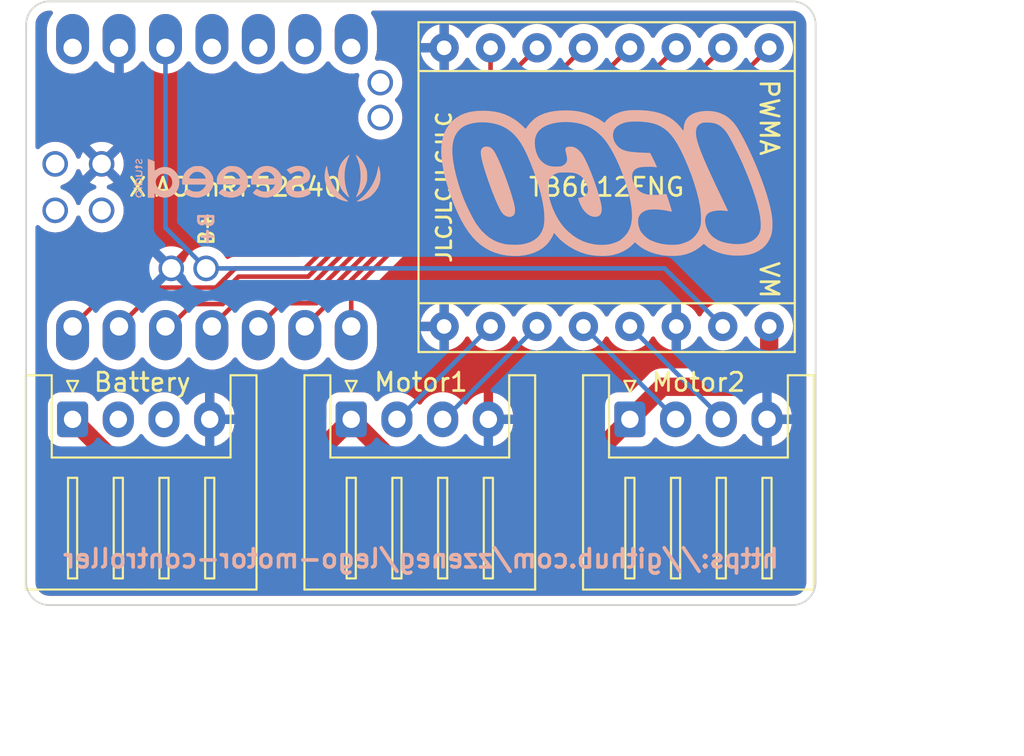
<source format=kicad_pcb>
(kicad_pcb (version 20211014) (generator pcbnew)
  (layers (0 "F.Cu" signal) (31 "B.Cu" signal) (34 "B.Paste" user) (35 "F.Paste" user) (36 "B.SilkS" user "B.Silkscreen") (37 "F.SilkS" user "F.Silkscreen") (38 "B.Mask" user) (39 "F.Mask" user) (44 "Edge.Cuts" user))
  (net 0 "")
  (net 1 "+9V")
  (net 2 "GND")
  (net 3 "A01")
  (net 4 "A02")
  (net 5 "B01")
  (net 6 "B02")
  (net 7 "AIN2")
  (net 8 "AIN1")
  (net 9 "STBY")
  (net 10 "BIN1")
  (net 11 "BIN2")
  (net 12 "PWMB")
  (net 13 "+3.3V")
  (net 14 "PWMA")
  (footprint "lego:xiao-ble-tht" (layer "F.Cu") (at 109.22 88.9 90)
    (fp_text reference "U1" hide)
    (fp_text value "xiao-ble" hide)
    (fp_text user "B+" (at 5.32 7.32 90 unlocked) (layer "B.SilkS") (effects (font (size 0.8 0.8)) (justify mirror)))
    (pad "1" thru_hole oval (at 0 0 90) (size 2.75 1.8) (drill 1 (offset -0.475 0)) (layers *.Cu *.Mask) (net 12 "PWMB"))
    (pad "2" thru_hole oval (at 0 2.54 90) (size 2.75 1.8) (drill 1 (offset -0.475 0)) (layers *.Cu *.Mask) (net 11 "BIN2"))
    (pad "3" thru_hole oval (at 0 5.08 90) (size 2.75 1.8) (drill 1 (offset -0.475 0)) (layers *.Cu *.Mask) (net 10 "BIN1"))
    (pad "4" thru_hole oval (at 0 7.62 90) (size 2.75 1.8) (drill 1 (offset -0.475 0)) (layers *.Cu *.Mask) (net 9 "STBY"))
    (pad "5" thru_hole oval (at 0 10.16 90) (size 2.75 1.8) (drill 1 (offset -0.475 0)) (layers *.Cu *.Mask) (net 8 "AIN1"))
    (pad "6" thru_hole oval (at 0 12.7 90) (size 2.75 1.8) (drill 1 (offset -0.475 0)) (layers *.Cu *.Mask) (net 7 "AIN2"))
    (pad "7" thru_hole oval (at 0 15.24 90) (size 2.75 1.8) (drill 1 (offset -0.475 0)) (layers *.Cu *.Mask) (net 14 "PWMA"))
    (pad "8" thru_hole oval (at 15.24 15.24 270) (size 2.75 1.8) (drill 1 (offset -0.475 0)) (layers *.Cu *.Mask))
    (pad "9" thru_hole oval (at 15.24 12.7 270) (size 2.75 1.8) (drill 1 (offset -0.475 0)) (layers *.Cu *.Mask))
    (pad "10" thru_hole oval (at 15.24 10.16 270) (size 2.75 1.8) (drill 1 (offset -0.475 0)) (layers *.Cu *.Mask))
    (pad "11" thru_hole oval (at 15.24 7.62 270) (size 2.75 1.8) (drill 1 (offset -0.475 0)) (layers *.Cu *.Mask))
    (pad "12" thru_hole oval (at 15.24 5.08 270) (size 2.75 1.8) (drill 1 (offset -0.475 0)) (layers *.Cu *.Mask) (net 13 "+3.3V"))
    (pad "13" thru_hole oval (at 15.24 2.54 270) (size 2.75 1.8) (drill 1 (offset -0.475 0)) (layers *.Cu *.Mask) (net 2 "GND"))
    (pad "14" thru_hole oval (at 15.24 0 270) (size 2.75 1.8) (drill 1 (offset -0.475 0)) (layers *.Cu *.Mask))
    (pad "15" thru_hole circle (at 6.35 -0.952 180) (size 1.397 1.397) (drill 1.016) (layers *.Cu *.Mask))
    (pad "16" thru_hole circle (at 8.89 -0.952 180) (size 1.397 1.397) (drill 1.016) (layers *.Cu *.Mask))
    (pad "17" thru_hole circle (at 6.35 1.588 180) (size 1.397 1.397) (drill 1.016) (layers *.Cu *.Mask))
    (pad "18" thru_hole circle (at 8.89 1.588 180) (size 1.397 1.397) (drill 1.016) (layers *.Cu *.Mask) (net 2 "GND"))
    (pad "19" thru_hole circle (at 3.175 7.303 270) (size 1.397 1.397) (drill 1.016) (layers *.Cu *.Mask) (net 13 "+3.3V"))
    (pad "20" thru_hole circle (at 3.175 5.398 270) (size 1.397 1.397) (drill 1.016) (layers *.Cu *.Mask) (net 2 "GND"))
    (pad "21" thru_hole circle (at 11.43 16.828 270) (size 1.397 1.397) (drill 1.016) (layers *.Cu *.Mask))
    (pad "22" thru_hole circle (at 13.335 16.828 270) (size 1.397 1.397) (drill 1.016) (layers *.Cu *.Mask))
  )
  (footprint "Connector_JST:JST_XH_S4B-XH-A_1x04_P2.50mm_Horizontal" (layer "F.Cu") (at 124.46 93.98)
    (fp_text reference "Motor1" (at 3.81 -2.032) (layer "F.SilkS"))
    (fp_text value "Conn_01x04_Female")
    (pad "1" thru_hole roundrect (at 0 0) (size 1.7 1.95) (drill 0.95) (layers *.Cu *.Mask) (roundrect_rratio 0.1470588235) (net 1 "+9V"))
    (pad "2" thru_hole oval (at 2.5 0) (size 1.7 1.95) (drill 0.95) (layers *.Cu *.Mask) (net 5 "B01"))
    (pad "3" thru_hole oval (at 5 0) (size 1.7 1.95) (drill 0.95) (layers *.Cu *.Mask) (net 6 "B02"))
    (pad "4" thru_hole oval (at 7.5 0) (size 1.7 1.95) (drill 0.95) (layers *.Cu *.Mask) (net 2 "GND"))
  )
  (footprint "Connector_JST:JST_XH_S4B-XH-A_1x04_P2.50mm_Horizontal" (layer "F.Cu") (at 139.7 93.98)
    (fp_text reference "Motor2" (at 3.75 -2.032) (layer "F.SilkS"))
    (fp_text value "Conn_01x04_Female")
    (pad "1" thru_hole roundrect (at 0 0) (size 1.7 1.95) (drill 0.95) (layers *.Cu *.Mask) (roundrect_rratio 0.1470588235) (net 1 "+9V"))
    (pad "2" thru_hole oval (at 2.5 0) (size 1.7 1.95) (drill 0.95) (layers *.Cu *.Mask) (net 4 "A02"))
    (pad "3" thru_hole oval (at 5 0) (size 1.7 1.95) (drill 0.95) (layers *.Cu *.Mask) (net 3 "A01"))
    (pad "4" thru_hole oval (at 7.5 0) (size 1.7 1.95) (drill 0.95) (layers *.Cu *.Mask) (net 2 "GND"))
  )
  (footprint "Connector_JST:JST_XH_S4B-XH-A_1x04_P2.50mm_Horizontal" (layer "F.Cu") (at 109.22 93.98)
    (fp_text reference "Battery" (at 3.81 -2.032) (layer "F.SilkS"))
    (fp_text value "Conn_01x04_Female")
    (pad "1" thru_hole roundrect (at 0 0) (size 1.7 1.95) (drill 0.95) (layers *.Cu *.Mask) (roundrect_rratio 0.1470588235) (net 1 "+9V"))
    (pad "2" thru_hole oval (at 2.5 0) (size 1.7 1.95) (drill 0.95) (layers *.Cu *.Mask))
    (pad "3" thru_hole oval (at 5 0) (size 1.7 1.95) (drill 0.95) (layers *.Cu *.Mask))
    (pad "4" thru_hole oval (at 7.5 0) (size 1.7 1.95) (drill 0.95) (layers *.Cu *.Mask) (net 2 "GND"))
  )
  (footprint "lego:Breakout-16_17.8x20.3mm" (layer "F.Cu") (at 147.32 73.66 -90)
    (fp_text reference "TB1" hide)
    (fp_text value "TB6612_Breakout")
    (fp_text user "VM" (at 12.7 0 -90 unlocked) (layer "F.SilkS"))
    (fp_text user "PWMA" (at 3.81 0 -90 unlocked) (layer "F.SilkS"))
    (pad "1" thru_hole circle (at 0 0 270) (size 1.6 1.6) (drill 0.8) (layers *.Cu *.Mask) (net 14 "PWMA"))
    (pad "2" thru_hole oval (at 0 2.54 270) (size 1.6 1.6) (drill 0.8) (layers *.Cu *.Mask) (net 7 "AIN2"))
    (pad "3" thru_hole oval (at 0 5.08 270) (size 1.6 1.6) (drill 0.8) (layers *.Cu *.Mask) (net 8 "AIN1"))
    (pad "4" thru_hole oval (at 0 7.62 270) (size 1.6 1.6) (drill 0.8) (layers *.Cu *.Mask) (net 9 "STBY"))
    (pad "5" thru_hole oval (at 0 10.16 270) (size 1.6 1.6) (drill 0.8) (layers *.Cu *.Mask) (net 10 "BIN1"))
    (pad "6" thru_hole oval (at 0 12.7 270) (size 1.6 1.6) (drill 0.8) (layers *.Cu *.Mask) (net 11 "BIN2"))
    (pad "7" thru_hole oval (at 0 15.24 270) (size 1.6 1.6) (drill 0.8) (layers *.Cu *.Mask) (net 12 "PWMB"))
    (pad "8" thru_hole oval (at 0 17.78 270) (size 1.6 1.6) (drill 0.8) (layers *.Cu *.Mask) (net 2 "GND"))
    (pad "9" thru_hole oval (at 15.24 17.78 270) (size 1.6 1.6) (drill 0.8) (layers *.Cu *.Mask) (net 2 "GND"))
    (pad "10" thru_hole oval (at 15.24 15.24 270) (size 1.6 1.6) (drill 0.8) (layers *.Cu *.Mask) (net 5 "B01"))
    (pad "11" thru_hole oval (at 15.24 12.7 270) (size 1.6 1.6) (drill 0.8) (layers *.Cu *.Mask) (net 6 "B02"))
    (pad "12" thru_hole oval (at 15.24 10.16 270) (size 1.6 1.6) (drill 0.8) (layers *.Cu *.Mask) (net 4 "A02"))
    (pad "13" thru_hole oval (at 15.24 7.62 270) (size 1.6 1.6) (drill 0.8) (layers *.Cu *.Mask) (net 3 "A01"))
    (pad "14" thru_hole oval (at 15.24 5.08 270) (size 1.6 1.6) (drill 0.8) (layers *.Cu *.Mask) (net 2 "GND"))
    (pad "15" thru_hole oval (at 15.24 2.54 270) (size 1.6 1.6) (drill 0.8) (layers *.Cu *.Mask) (net 13 "+3.3V"))
    (pad "16" thru_hole oval (at 15.24 0 270) (size 1.6 1.6) (drill 0.8) (layers *.Cu *.Mask) (net 1 "+9V"))
  )
  (footprint "lego:logo" (layer "B.Cu") (at 138.43 81.28 180)
    (fp_text reference "G***" hide)
    (fp_text value "LOGO" hide)
  )
  (footprint "lego:seeed-logo" (layer "B.Cu") (at 119.38 80.772 180)
    (fp_text reference "G***" hide)
    (fp_text value "LOGO" hide)
  )
  (gr_arc (start 107.95 104.14) (mid 107.051974 103.768026) (end 106.68 102.87) (layer "Edge.Cuts") (width 0.1))
  (gr_line (start 106.68 102.87) (end 106.68 72.39) (layer "Edge.Cuts") (width 0.1))
  (gr_arc (start 149.86 102.87) (mid 149.488026 103.768026) (end 148.59 104.14) (layer "Edge.Cuts") (width 0.1))
  (gr_arc (start 106.68 72.39) (mid 107.051974 71.491974) (end 107.95 71.12) (layer "Edge.Cuts") (width 0.1))
  (gr_line (start 107.95 104.14) (end 148.59 104.14) (layer "Edge.Cuts") (width 0.1))
  (gr_arc (start 148.59 71.12) (mid 149.488026 71.491974) (end 149.86 72.39) (layer "Edge.Cuts") (width 0.1))
  (gr_line (start 149.86 102.87) (end 149.86 72.39) (layer "Edge.Cuts") (width 0.1))
  (gr_line (start 107.95 71.12) (end 148.59 71.12) (layer "Edge.Cuts") (width 0.1))
  (gr_text "https://github.com/zzeneg/lego-motor-controller" (at 128.27 101.6) (layer "B.SilkS") (effects (font (size 1 1) (thickness 0.2)) (justify mirror)))
  (gr_text "TB6612FNG" (at 138.43 81.28) (layer "F.SilkS") (effects (font (size 1 1))))
  (gr_text "JLCJLCJLCJLC" (at 129.54 81.28 90) (layer "F.SilkS") (effects (font (size 0.8 0.8))))
  (gr_text "B+" (at 116.55 83.55 90) (layer "F.SilkS") (effects (font (size 0.8 0.8))))
  (gr_text "XIAO nRF52840" (at 118.11 81.28) (layer "F.SilkS") (effects (font (size 1 1))))
  (segment (start 127 96.52) (end 137.16 96.52) (width 1) (layer "F.Cu") (net 1))
  (segment (start 141.478 92.202) (end 139.7 93.98) (width 1) (layer "F.Cu") (net 1))
  (segment (start 111.76 96.52) (end 121.92 96.52) (width 1) (layer "F.Cu") (net 1))
  (segment (start 124.46 93.98) (end 127 96.52) (width 1) (layer "F.Cu") (net 1))
  (segment (start 146.304 92.202) (end 141.478 92.202) (width 1) (layer "F.Cu") (net 1))
  (segment (start 147.32 91.186) (end 146.304 92.202) (width 1) (layer "F.Cu") (net 1))
  (segment (start 121.92 96.52) (end 124.46 93.98) (width 1) (layer "F.Cu") (net 1))
  (segment (start 109.22 93.98) (end 111.76 96.52) (width 1) (layer "F.Cu") (net 1))
  (segment (start 137.16 96.52) (end 139.7 93.98) (width 1) (layer "F.Cu") (net 1))
  (segment (start 147.32 88.9) (end 147.32 91.186) (width 1) (layer "F.Cu") (net 1))
  (segment (start 139.7 88.9) (end 144.7 93.9) (width 0.25) (layer "B.Cu") (net 3))
  (segment (start 144.7 93.9) (end 144.7 93.98) (width 0.25) (layer "B.Cu") (net 3))
  (segment (start 137.16 88.9) (end 142.2 93.94) (width 0.25) (layer "B.Cu") (net 4))
  (segment (start 142.2 93.94) (end 142.2 93.98) (width 0.25) (layer "B.Cu") (net 4))
  (segment (start 127 93.98) (end 132.08 88.9) (width 0.25) (layer "B.Cu") (net 5))
  (segment (start 126.96 93.98) (end 127 93.98) (width 0.25) (layer "B.Cu") (net 5))
  (segment (start 129.46 93.98) (end 129.54 93.98) (width 0.25) (layer "B.Cu") (net 6))
  (segment (start 129.54 93.98) (end 134.62 88.9) (width 0.25) (layer "B.Cu") (net 6))
  (segment (start 134.240584 76.585) (end 141.855 76.585) (width 0.25) (layer "F.Cu") (net 7))
  (segment (start 141.855 76.585) (end 144.78 73.66) (width 0.25) (layer "F.Cu") (net 7))
  (segment (start 121.925584 88.9) (end 134.240584 76.585) (width 0.25) (layer "F.Cu") (net 7))
  (segment (start 121.92 88.9) (end 121.925584 88.9) (width 0.25) (layer "F.Cu") (net 7))
  (segment (start 122.559188 87.63) (end 134.054188 76.135) (width 0.25) (layer "F.Cu") (net 8))
  (segment (start 134.054188 76.135) (end 139.765 76.135) (width 0.25) (layer "F.Cu") (net 8))
  (segment (start 119.38 88.9) (end 120.65 87.63) (width 0.25) (layer "F.Cu") (net 8))
  (segment (start 120.65 87.63) (end 122.559188 87.63) (width 0.25) (layer "F.Cu") (net 8))
  (segment (start 139.765 76.135) (end 142.24 73.66) (width 0.25) (layer "F.Cu") (net 8))
  (segment (start 133.867792 75.685) (end 137.675 75.685) (width 0.25) (layer "F.Cu") (net 9))
  (segment (start 122.430792 87.122) (end 133.867792 75.685) (width 0.25) (layer "F.Cu") (net 9))
  (segment (start 118.065 87.675) (end 118.069188 87.675) (width 0.25) (layer "F.Cu") (net 9))
  (segment (start 137.675 75.685) (end 139.7 73.66) (width 0.25) (layer "F.Cu") (net 9))
  (segment (start 118.622188 87.122) (end 122.430792 87.122) (width 0.25) (layer "F.Cu") (net 9))
  (segment (start 116.84 88.9) (end 118.065 87.675) (width 0.25) (layer "F.Cu") (net 9))
  (segment (start 118.069188 87.675) (end 118.622188 87.122) (width 0.25) (layer "F.Cu") (net 9))
  (segment (start 135.585 75.235) (end 137.16 73.66) (width 0.25) (layer "F.Cu") (net 10))
  (segment (start 117.882792 87.225) (end 118.482792 86.625) (width 0.25) (layer "F.Cu") (net 10))
  (segment (start 114.555396 88.9) (end 115.780396 87.675) (width 0.25) (layer "F.Cu") (net 10))
  (segment (start 114.3 88.9) (end 114.555396 88.9) (width 0.25) (layer "F.Cu") (net 10))
  (segment (start 117.428604 87.675) (end 117.878604 87.225) (width 0.25) (layer "F.Cu") (net 10))
  (segment (start 133.681396 75.235) (end 135.585 75.235) (width 0.25) (layer "F.Cu") (net 10))
  (segment (start 117.878604 87.225) (end 117.882792 87.225) (width 0.25) (layer "F.Cu") (net 10))
  (segment (start 118.482792 86.625) (end 122.291396 86.625) (width 0.25) (layer "F.Cu") (net 10))
  (segment (start 115.780396 87.675) (end 117.428604 87.675) (width 0.25) (layer "F.Cu") (net 10))
  (segment (start 122.291396 86.625) (end 133.681396 75.235) (width 0.25) (layer "F.Cu") (net 10))
  (segment (start 117.696396 86.775) (end 118.296396 86.175) (width 0.25) (layer "F.Cu") (net 11))
  (segment (start 117.242208 87.225) (end 117.692208 86.775) (width 0.25) (layer "F.Cu") (net 11))
  (segment (start 122.105 86.175) (end 134.62 73.66) (width 0.25) (layer "F.Cu") (net 11))
  (segment (start 113.435 87.225) (end 117.242208 87.225) (width 0.25) (layer "F.Cu") (net 11))
  (segment (start 118.296396 86.175) (end 122.105 86.175) (width 0.25) (layer "F.Cu") (net 11))
  (segment (start 117.692208 86.775) (end 117.696396 86.775) (width 0.25) (layer "F.Cu") (net 11))
  (segment (start 111.76 88.9) (end 113.435 87.225) (width 0.25) (layer "F.Cu") (net 11))
  (segment (start 132.08 75.563604) (end 121.918604 85.725) (width 0.25) (layer "F.Cu") (net 12))
  (segment (start 117.055812 86.775) (end 111.345 86.775) (width 0.25) (layer "F.Cu") (net 12))
  (segment (start 118.11 85.725) (end 117.51 86.325) (width 0.25) (layer "F.Cu") (net 12))
  (segment (start 132.08 73.66) (end 132.08 75.563604) (width 0.25) (layer "F.Cu") (net 12))
  (segment (start 117.505812 86.325) (end 117.055812 86.775) (width 0.25) (layer "F.Cu") (net 12))
  (segment (start 121.918604 85.725) (end 118.11 85.725) (width 0.25) (layer "F.Cu") (net 12))
  (segment (start 111.345 86.775) (end 109.22 88.9) (width 0.25) (layer "F.Cu") (net 12))
  (segment (start 117.51 86.325) (end 117.505812 86.325) (width 0.25) (layer "F.Cu") (net 12))
  (segment (start 141.605 85.725) (end 116.523 85.725) (width 0.25) (layer "B.Cu") (net 13))
  (segment (start 114.3 73.66) (end 114.3 83.502) (width 0.25) (layer "B.Cu") (net 13))
  (segment (start 144.78 88.9) (end 141.605 85.725) (width 0.25) (layer "B.Cu") (net 13))
  (segment (start 114.3 83.502) (end 116.523 85.725) (width 0.25) (layer "B.Cu") (net 13))
  (segment (start 134.42698 77.035) (end 143.945 77.035) (width 0.25) (layer "F.Cu") (net 14))
  (segment (start 124.46 87.00198) (end 134.42698 77.035) (width 0.25) (layer "F.Cu") (net 14))
  (segment (start 124.46 88.9) (end 124.46 87.00198) (width 0.25) (layer "F.Cu") (net 14))
  (segment (start 143.945 77.035) (end 147.32 73.66) (width 0.25) (layer "F.Cu") (net 14))
  (zone (net 2) (net_name "GND") (layers F&B.Cu) (connect_pads (clearance 0.508)) (min_thickness 0.254) (fill yes (thermal_gap 0.508) (thermal_bridge_width 0.508))
    (polygon (pts (xy 149.86 104.14) (xy 106.68 104.14) (xy 106.68 71.12) (xy 149.86 71.12)))
  )
)
</source>
